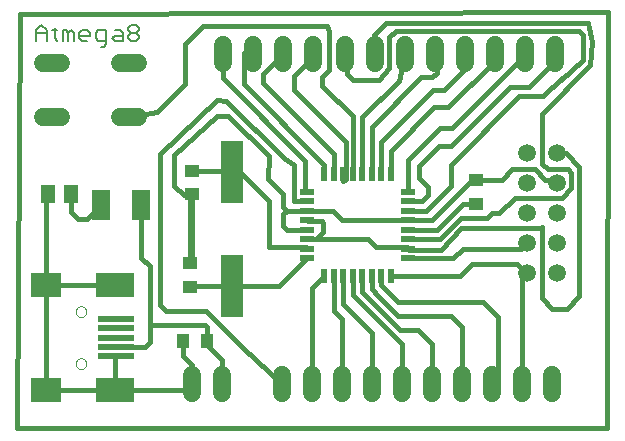
<source format=gtl>
G75*
%MOIN*%
%OFA0B0*%
%FSLAX24Y24*%
%IPPOS*%
%LPD*%
%AMOC8*
5,1,8,0,0,1.08239X$1,22.5*
%
%ADD10C,0.0160*%
%ADD11C,0.0050*%
%ADD12C,0.0100*%
%ADD13R,0.0760X0.2100*%
%ADD14C,0.0600*%
%ADD15R,0.0984X0.0787*%
%ADD16R,0.1299X0.0787*%
%ADD17R,0.1220X0.0197*%
%ADD18C,0.0000*%
%ADD19R,0.0472X0.0394*%
%ADD20R,0.0394X0.0472*%
%ADD21R,0.0591X0.1024*%
%ADD22R,0.0512X0.0630*%
%ADD23C,0.0594*%
%ADD24R,0.0500X0.0220*%
%ADD25R,0.0220X0.0500*%
D10*
X000328Y000180D02*
X019974Y000180D01*
X020013Y014038D01*
X000407Y013999D01*
X000328Y000180D01*
X001269Y001444D02*
X001269Y004948D01*
X001269Y007900D01*
X001363Y007995D01*
X002111Y007995D02*
X002111Y007373D01*
X002336Y007149D01*
X002643Y007149D01*
X003119Y007625D01*
X004458Y007625D02*
X004458Y005853D01*
X004737Y005574D01*
X004737Y003605D01*
X006588Y003605D01*
X006651Y003542D01*
X006651Y003089D01*
X006651Y002952D01*
X007139Y002463D01*
X007139Y001637D01*
X007143Y001633D01*
X006143Y001633D02*
X006143Y002278D01*
X005840Y002582D01*
X005840Y003066D01*
X005863Y003089D01*
X004737Y003054D02*
X004580Y002897D01*
X003647Y002897D01*
X003631Y002881D01*
X003631Y002566D02*
X003592Y002526D01*
X003592Y001444D01*
X001269Y001444D01*
X003592Y001444D02*
X005954Y001444D01*
X006143Y001633D01*
X007844Y002861D02*
X006627Y004078D01*
X005289Y004078D01*
X005092Y004274D01*
X005092Y009314D01*
X006981Y011125D01*
X007296Y011086D01*
X009226Y009196D01*
X009541Y008960D01*
X009541Y007739D01*
X009977Y007739D01*
X009977Y007424D02*
X009304Y007424D01*
X009186Y007542D01*
X009186Y007975D01*
X008674Y008487D01*
X008714Y009235D01*
X007336Y010574D01*
X006981Y010574D01*
X005564Y009274D01*
X005564Y008251D01*
X005879Y007936D01*
X006115Y007936D01*
X006096Y007916D01*
X006096Y005680D01*
X006096Y007877D01*
X006115Y007897D01*
X006147Y007975D02*
X006147Y005731D01*
X006096Y005680D01*
X006113Y004910D02*
X006096Y004893D01*
X006113Y004910D02*
X007493Y004910D01*
X009037Y004910D01*
X009977Y005849D01*
X009977Y006164D02*
X009937Y006204D01*
X008714Y006204D01*
X008714Y007739D01*
X007769Y008684D01*
X007493Y008710D01*
X007716Y008763D01*
X006147Y008763D01*
X004993Y010711D02*
X004041Y010554D01*
X004993Y010711D02*
X005919Y011637D01*
X005919Y012975D01*
X006509Y013566D01*
X010643Y013566D01*
X010722Y013408D01*
X010722Y012109D01*
X010485Y011873D01*
X010485Y011597D01*
X011509Y010574D01*
X011509Y008642D01*
X011273Y008487D02*
X011194Y008408D01*
X011194Y008642D01*
X011273Y008487D02*
X011273Y009708D01*
X009541Y011440D01*
X009541Y011912D01*
X010174Y012546D01*
X010174Y012660D01*
X009174Y012660D02*
X009147Y012948D01*
X009147Y012621D01*
X008517Y011991D01*
X008517Y011676D01*
X010879Y009314D01*
X010879Y008642D01*
X010564Y008642D02*
X010564Y008960D01*
X007887Y011637D01*
X007887Y012688D01*
X008174Y012660D01*
X007174Y012660D02*
X007174Y011837D01*
X009934Y009078D01*
X009934Y008096D01*
X009977Y008054D01*
X009977Y007424D02*
X010840Y007424D01*
X011155Y007109D01*
X013357Y007109D01*
X014147Y007109D01*
X015485Y008448D01*
X015604Y008448D01*
X016470Y008448D01*
X016824Y008802D01*
X017572Y008802D01*
X017926Y008448D01*
X018206Y008448D01*
X018308Y008345D01*
X018793Y008172D02*
X018478Y007857D01*
X016903Y007857D01*
X016391Y007345D01*
X016155Y007345D01*
X015997Y007188D01*
X015131Y007188D01*
X014422Y006479D01*
X013357Y006479D01*
X013317Y006204D02*
X013357Y006164D01*
X013396Y006125D01*
X014462Y006125D01*
X015131Y006834D01*
X017808Y006834D01*
X017808Y006873D01*
X017808Y006834D02*
X017808Y004511D01*
X018163Y004156D01*
X018635Y004156D01*
X019068Y004589D01*
X019068Y008881D01*
X018604Y009345D01*
X018308Y009345D01*
X017808Y008999D02*
X017808Y010652D01*
X019422Y012267D01*
X019501Y013054D01*
X019344Y013684D01*
X012611Y013684D01*
X012218Y013290D01*
X012218Y012798D01*
X012237Y012660D01*
X012237Y012444D01*
X012730Y012188D02*
X012375Y011794D01*
X011509Y011794D01*
X011312Y011991D01*
X011312Y012586D01*
X011237Y012660D01*
X012730Y012188D02*
X012730Y013211D01*
X012966Y013408D01*
X019068Y013408D01*
X019186Y013290D01*
X019186Y012463D01*
X018438Y011794D01*
X018478Y011834D01*
X017848Y011243D01*
X017060Y011243D01*
X014777Y008960D01*
X014777Y008251D01*
X013950Y007424D01*
X013357Y007424D01*
X013357Y007739D02*
X013832Y007739D01*
X014029Y007936D01*
X014029Y008211D01*
X013714Y008526D01*
X013714Y008920D01*
X014383Y009589D01*
X014777Y009589D01*
X016745Y011558D01*
X017375Y011558D01*
X018237Y012420D01*
X018237Y012660D01*
X017237Y012660D02*
X017237Y012601D01*
X014816Y010180D01*
X014422Y010180D01*
X013359Y009117D01*
X013359Y008057D01*
X013357Y008054D01*
X012769Y008642D02*
X012769Y009432D01*
X014226Y010889D01*
X014698Y010889D01*
X016237Y012428D01*
X016237Y012660D01*
X015289Y012885D02*
X015289Y012188D01*
X014541Y011440D01*
X014186Y011440D01*
X012454Y009708D01*
X012454Y008642D01*
X012139Y008642D02*
X012139Y010219D01*
X013793Y011873D01*
X014147Y011873D01*
X014304Y012030D01*
X014304Y012869D01*
X014237Y012660D01*
X013241Y012664D02*
X013237Y012660D01*
X013241Y012664D02*
X013044Y011755D01*
X011824Y010534D01*
X011824Y008642D01*
X010016Y007070D02*
X009977Y007109D01*
X010016Y007070D02*
X010485Y007070D01*
X010525Y007030D01*
X010525Y006715D01*
X010289Y006479D01*
X009977Y006479D01*
X012021Y006479D01*
X012296Y006204D01*
X013317Y006204D01*
X013357Y005849D02*
X014856Y005849D01*
X015170Y006164D01*
X017127Y006164D01*
X017308Y006345D01*
X017001Y005652D02*
X017308Y005345D01*
X017143Y005180D01*
X017143Y001637D01*
X016352Y001845D02*
X016143Y001637D01*
X016352Y001845D02*
X016352Y003881D01*
X015840Y004393D01*
X013005Y004393D01*
X012454Y004944D01*
X012454Y005262D01*
X012769Y005262D02*
X015095Y005262D01*
X015485Y005652D01*
X017001Y005652D01*
X015143Y003554D02*
X014777Y003920D01*
X013005Y003920D01*
X012257Y004668D01*
X012257Y004708D01*
X012139Y004826D01*
X012139Y005262D01*
X011824Y005262D02*
X011824Y004708D01*
X013084Y003448D01*
X013674Y003448D01*
X014143Y002979D01*
X014143Y001637D01*
X015143Y001637D02*
X015143Y003554D01*
X013143Y002995D02*
X011509Y004629D01*
X011509Y005262D01*
X011194Y005262D02*
X011194Y004314D01*
X012143Y003365D01*
X012143Y001637D01*
X013143Y001637D02*
X013143Y002995D01*
X011143Y003814D02*
X011143Y001637D01*
X010143Y001637D02*
X010143Y004840D01*
X010564Y005262D01*
X010879Y005262D02*
X010879Y004078D01*
X011143Y003814D01*
X009143Y001637D02*
X007844Y002861D01*
X004737Y003054D02*
X004737Y003605D01*
X003592Y004948D02*
X001269Y004948D01*
X009186Y006912D02*
X009304Y006794D01*
X009977Y006794D01*
X009186Y006912D02*
X009186Y007306D01*
X009304Y007424D01*
X013357Y006794D02*
X014304Y006794D01*
X015170Y007660D01*
X015604Y007660D01*
X017808Y008999D02*
X018005Y008802D01*
X018674Y008802D01*
X018793Y008684D01*
X018793Y008172D01*
X015237Y012660D02*
X015289Y012885D01*
D11*
X004386Y013169D02*
X004295Y013079D01*
X004115Y013079D01*
X004025Y013169D01*
X004025Y013259D01*
X004115Y013350D01*
X004295Y013350D01*
X004386Y013259D01*
X004386Y013169D01*
X004295Y013350D02*
X004386Y013440D01*
X004386Y013530D01*
X004295Y013620D01*
X004115Y013620D01*
X004025Y013530D01*
X004025Y013440D01*
X004115Y013350D01*
X003842Y013350D02*
X003842Y013079D01*
X003571Y013079D01*
X003481Y013169D01*
X003571Y013259D01*
X003842Y013259D01*
X003842Y013350D02*
X003752Y013440D01*
X003571Y013440D01*
X003298Y013440D02*
X003027Y013440D01*
X002937Y013350D01*
X002937Y013169D01*
X003027Y013079D01*
X003298Y013079D01*
X003298Y012989D02*
X003298Y013440D01*
X003298Y012989D02*
X003208Y012899D01*
X003118Y012899D01*
X002664Y013079D02*
X002484Y013079D01*
X002394Y013169D01*
X002394Y013350D01*
X002484Y013440D01*
X002664Y013440D01*
X002754Y013350D01*
X002754Y013259D01*
X002394Y013259D01*
X002210Y013350D02*
X002120Y013440D01*
X002030Y013350D01*
X002030Y013079D01*
X001850Y013079D02*
X001850Y013440D01*
X001940Y013440D01*
X002030Y013350D01*
X002210Y013350D02*
X002210Y013079D01*
X001668Y013079D02*
X001577Y013169D01*
X001577Y013530D01*
X001487Y013440D02*
X001668Y013440D01*
X001304Y013440D02*
X001304Y013079D01*
X001304Y013350D02*
X000944Y013350D01*
X000944Y013440D02*
X001124Y013620D01*
X001304Y013440D01*
X000944Y013440D02*
X000944Y013079D01*
D12*
X006627Y013999D02*
X006706Y013999D01*
D13*
X007493Y008710D03*
X007493Y004910D03*
D14*
X007143Y001933D02*
X007143Y001333D01*
X006143Y001333D02*
X006143Y001933D01*
X009143Y001937D02*
X009143Y001337D01*
X010143Y001337D02*
X010143Y001937D01*
X011143Y001937D02*
X011143Y001337D01*
X012143Y001337D02*
X012143Y001937D01*
X013143Y001937D02*
X013143Y001337D01*
X014143Y001337D02*
X014143Y001937D01*
X015143Y001937D02*
X015143Y001337D01*
X016143Y001337D02*
X016143Y001937D01*
X017143Y001937D02*
X017143Y001337D01*
X018143Y001337D02*
X018143Y001937D01*
X004341Y010554D02*
X003741Y010554D01*
X001781Y010554D02*
X001181Y010554D01*
X001181Y012334D02*
X001781Y012334D01*
X003741Y012334D02*
X004341Y012334D01*
X007174Y012360D02*
X007174Y012960D01*
X008174Y012960D02*
X008174Y012360D01*
X009174Y012360D02*
X009174Y012960D01*
X010174Y012960D02*
X010174Y012360D01*
X011237Y012360D02*
X011237Y012960D01*
X012237Y012960D02*
X012237Y012360D01*
X013237Y012360D02*
X013237Y012960D01*
X014237Y012960D02*
X014237Y012360D01*
X015237Y012360D02*
X015237Y012960D01*
X016237Y012960D02*
X016237Y012360D01*
X017237Y012360D02*
X017237Y012960D01*
X018237Y012960D02*
X018237Y012360D01*
D15*
X001269Y004948D03*
X001269Y001444D03*
D16*
X003592Y001444D03*
X003592Y004948D03*
D17*
X003631Y003826D03*
X003631Y003511D03*
X003631Y003196D03*
X003631Y002881D03*
X003631Y002566D03*
D18*
X002273Y002330D02*
X002275Y002356D01*
X002281Y002382D01*
X002291Y002407D01*
X002304Y002430D01*
X002320Y002450D01*
X002340Y002468D01*
X002362Y002483D01*
X002385Y002495D01*
X002411Y002503D01*
X002437Y002507D01*
X002463Y002507D01*
X002489Y002503D01*
X002515Y002495D01*
X002539Y002483D01*
X002560Y002468D01*
X002580Y002450D01*
X002596Y002430D01*
X002609Y002407D01*
X002619Y002382D01*
X002625Y002356D01*
X002627Y002330D01*
X002625Y002304D01*
X002619Y002278D01*
X002609Y002253D01*
X002596Y002230D01*
X002580Y002210D01*
X002560Y002192D01*
X002538Y002177D01*
X002515Y002165D01*
X002489Y002157D01*
X002463Y002153D01*
X002437Y002153D01*
X002411Y002157D01*
X002385Y002165D01*
X002361Y002177D01*
X002340Y002192D01*
X002320Y002210D01*
X002304Y002230D01*
X002291Y002253D01*
X002281Y002278D01*
X002275Y002304D01*
X002273Y002330D01*
X002273Y004062D02*
X002275Y004088D01*
X002281Y004114D01*
X002291Y004139D01*
X002304Y004162D01*
X002320Y004182D01*
X002340Y004200D01*
X002362Y004215D01*
X002385Y004227D01*
X002411Y004235D01*
X002437Y004239D01*
X002463Y004239D01*
X002489Y004235D01*
X002515Y004227D01*
X002539Y004215D01*
X002560Y004200D01*
X002580Y004182D01*
X002596Y004162D01*
X002609Y004139D01*
X002619Y004114D01*
X002625Y004088D01*
X002627Y004062D01*
X002625Y004036D01*
X002619Y004010D01*
X002609Y003985D01*
X002596Y003962D01*
X002580Y003942D01*
X002560Y003924D01*
X002538Y003909D01*
X002515Y003897D01*
X002489Y003889D01*
X002463Y003885D01*
X002437Y003885D01*
X002411Y003889D01*
X002385Y003897D01*
X002361Y003909D01*
X002340Y003924D01*
X002320Y003942D01*
X002304Y003962D01*
X002291Y003985D01*
X002281Y004010D01*
X002275Y004036D01*
X002273Y004062D01*
D19*
X006096Y004893D03*
X006096Y005680D03*
X006147Y007975D03*
X006147Y008763D03*
X015604Y008448D03*
X015604Y007660D03*
D20*
X006651Y003089D03*
X005863Y003089D03*
D21*
X004458Y007625D03*
X003119Y007625D03*
D22*
X002111Y007995D03*
X001363Y007995D03*
D23*
X017308Y008345D03*
X018308Y008345D03*
X018308Y007345D03*
X017308Y007345D03*
X017308Y006345D03*
X018308Y006345D03*
X018308Y005345D03*
X017308Y005345D03*
X017308Y009345D03*
X018308Y009345D03*
D24*
X013357Y008054D03*
X013357Y007739D03*
X013357Y007424D03*
X013357Y007109D03*
X013357Y006794D03*
X013357Y006479D03*
X013357Y006164D03*
X013357Y005849D03*
X009977Y005849D03*
X009977Y006164D03*
X009977Y006479D03*
X009977Y006794D03*
X009977Y007109D03*
X009977Y007424D03*
X009977Y007739D03*
X009977Y008054D03*
D25*
X010564Y008642D03*
X010879Y008642D03*
X011194Y008642D03*
X011509Y008642D03*
X011824Y008642D03*
X012139Y008642D03*
X012454Y008642D03*
X012769Y008642D03*
X012769Y005262D03*
X012454Y005262D03*
X012139Y005262D03*
X011824Y005262D03*
X011509Y005262D03*
X011194Y005262D03*
X010879Y005262D03*
X010564Y005262D03*
M02*

</source>
